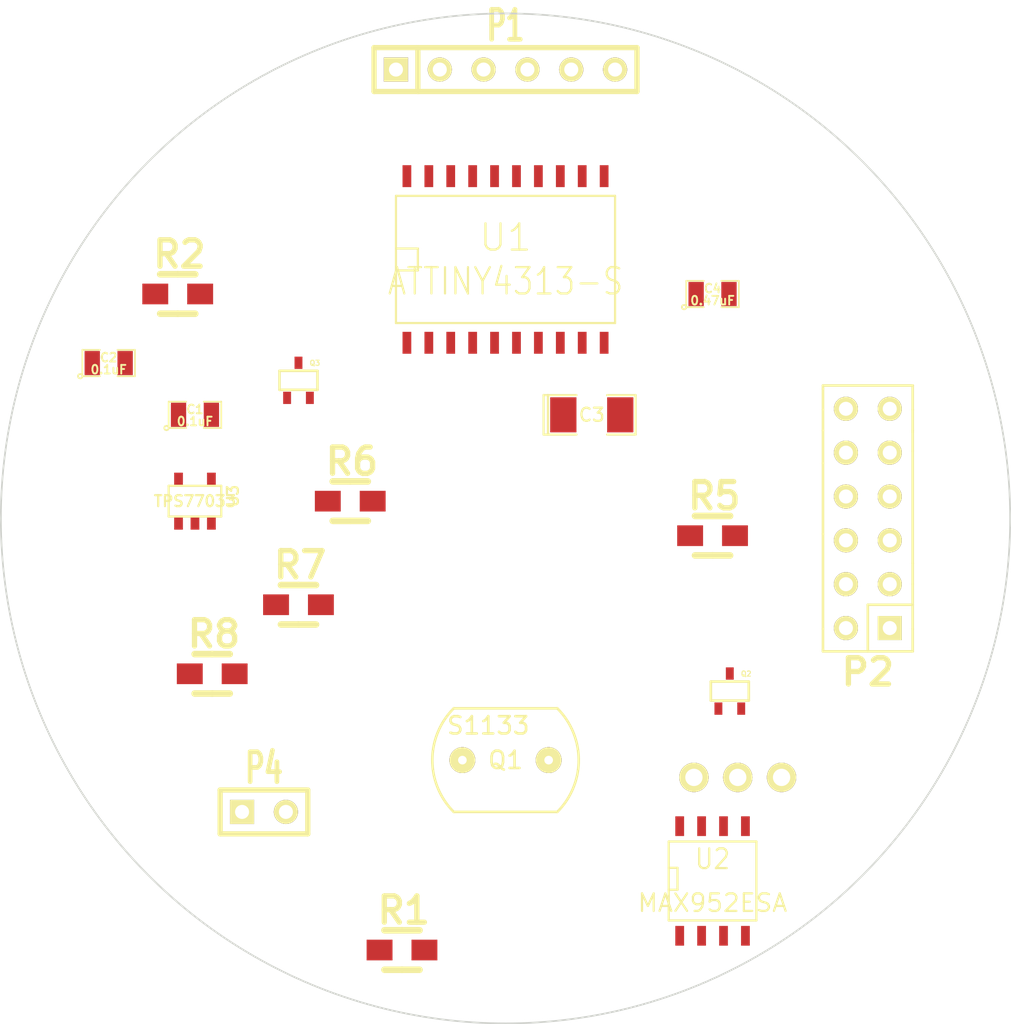
<source format=kicad_pcb>
(kicad_pcb (version 3) (host pcbnew "(2013-12-22 BZR 4568)-product")

  (general
    (links 46)
    (no_connects 46)
    (area 170.699999 70.699999 229.300001 129.300001)
    (thickness 1.6)
    (drawings 1)
    (tracks 0)
    (zones 0)
    (modules 20)
    (nets 32)
  )

  (page A4)
  (title_block
    (title "XBee ATTiny4313 Counting Node")
    (date "28 Jul 2014")
    (rev 0.0)
    (company "K. Sarkies")
  )

  (layers
    (15 F.Cu signal)
    (0 B.Cu signal)
    (16 B.Adhes user hide)
    (17 F.Adhes user hide)
    (18 B.Paste user hide)
    (19 F.Paste user hide)
    (20 B.SilkS user)
    (21 F.SilkS user)
    (22 B.Mask user hide)
    (23 F.Mask user hide)
    (24 Dwgs.User user hide)
    (25 Cmts.User user hide)
    (26 Eco1.User user hide)
    (27 Eco2.User user hide)
    (28 Edge.Cuts user)
  )

  (setup
    (last_trace_width 0.254)
    (trace_clearance 0.254)
    (zone_clearance 0.508)
    (zone_45_only no)
    (trace_min 0.254)
    (segment_width 0.2)
    (edge_width 0.1)
    (via_size 0.889)
    (via_drill 0.635)
    (via_min_size 0.889)
    (via_min_drill 0.508)
    (uvia_size 0.508)
    (uvia_drill 0.127)
    (uvias_allowed no)
    (uvia_min_size 0.508)
    (uvia_min_drill 0.127)
    (pcb_text_width 0.3)
    (pcb_text_size 1.5 1.5)
    (mod_edge_width 0.15)
    (mod_text_size 1 1)
    (mod_text_width 0.15)
    (pad_size 8 8)
    (pad_drill 8)
    (pad_to_mask_clearance 0)
    (aux_axis_origin 0 0)
    (visible_elements FFFFF77F)
    (pcbplotparams
      (layerselection 271613953)
      (usegerberextensions false)
      (excludeedgelayer true)
      (linewidth 0.150000)
      (plotframeref false)
      (viasonmask false)
      (mode 1)
      (useauxorigin false)
      (hpglpennumber 1)
      (hpglpenspeed 20)
      (hpglpendiameter 15)
      (hpglpenoverlay 2)
      (psnegative false)
      (psa4output false)
      (plotreference true)
      (plotvalue true)
      (plotothertext true)
      (plotinvisibletext false)
      (padsonsilk false)
      (subtractmaskfromsilk false)
      (outputformat 1)
      (mirror false)
      (drillshape 0)
      (scaleselection 1)
      (outputdirectory gerbers/))
  )

  (net 0 "")
  (net 1 /Bootloader)
  (net 2 /CTS)
  (net 3 /On/Sleep)
  (net 4 /RTS)
  (net 5 /Reset)
  (net 6 /Rx)
  (net 7 /Sleep-Rq)
  (net 8 /Tx)
  (net 9 /VBatt)
  (net 10 /Xbee-Reset)
  (net 11 GND)
  (net 12 "Net-(C2-Pad1)")
  (net 13 "Net-(C3-Pad1)")
  (net 14 "Net-(C4-Pad1)")
  (net 15 "Net-(D1-Pad2)")
  (net 16 "Net-(P1-Pad2)")
  (net 17 "Net-(P1-Pad3)")
  (net 18 "Net-(P1-Pad4)")
  (net 19 "Net-(Q1-Pad1)")
  (net 20 "Net-(Q1-Pad3)")
  (net 21 "Net-(Q3-PadD)")
  (net 22 "Net-(Q3-PadG)")
  (net 23 "Net-(Q3-PadS)")
  (net 24 "Net-(R5-Pad2)")
  (net 25 "Net-(U1-Pad11)")
  (net 26 "Net-(U1-Pad12)")
  (net 27 "Net-(U1-Pad7)")
  (net 28 "Net-(U1-Pad8)")
  (net 29 "Net-(U2-Pad6)")
  (net 30 "Net-(U3-Pad4)")
  (net 31 VDD)

  (net_class Default "This is the default net class."
    (clearance 0.254)
    (trace_width 0.254)
    (via_dia 0.889)
    (via_drill 0.635)
    (uvia_dia 0.508)
    (uvia_drill 0.127)
    (add_net "")
    (add_net /Bootloader)
    (add_net /CTS)
    (add_net /On/Sleep)
    (add_net /RTS)
    (add_net /Reset)
    (add_net /Rx)
    (add_net /Sleep-Rq)
    (add_net /Tx)
    (add_net /VBatt)
    (add_net /Xbee-Reset)
    (add_net GND)
    (add_net "Net-(C2-Pad1)")
    (add_net "Net-(C3-Pad1)")
    (add_net "Net-(C4-Pad1)")
    (add_net "Net-(D1-Pad2)")
    (add_net "Net-(P1-Pad2)")
    (add_net "Net-(P1-Pad3)")
    (add_net "Net-(P1-Pad4)")
    (add_net "Net-(Q1-Pad1)")
    (add_net "Net-(Q1-Pad3)")
    (add_net "Net-(Q3-PadD)")
    (add_net "Net-(Q3-PadG)")
    (add_net "Net-(Q3-PadS)")
    (add_net "Net-(R5-Pad2)")
    (add_net "Net-(U1-Pad11)")
    (add_net "Net-(U1-Pad12)")
    (add_net "Net-(U1-Pad7)")
    (add_net "Net-(U1-Pad8)")
    (add_net "Net-(U2-Pad6)")
    (add_net "Net-(U3-Pad4)")
    (add_net VDD)
  )

  (module SMD_Packages:SM0805 (layer F.Cu) (tedit 53D59CB0) (tstamp 53D59D6E)
    (at 182 94)
    (path /53D32BD6)
    (attr smd)
    (fp_text reference C1 (at 0 -0.3175) (layer F.SilkS)
      (effects (font (size 0.50038 0.50038) (thickness 0.10922)))
    )
    (fp_text value 0.1uF (at 0 0.381) (layer F.SilkS)
      (effects (font (size 0.50038 0.50038) (thickness 0.10922)))
    )
    (fp_circle (center -1.651 0.762) (end -1.651 0.635) (layer F.SilkS) (width 0.09906))
    (fp_line (start -0.508 0.762) (end -1.524 0.762) (layer F.SilkS) (width 0.09906))
    (fp_line (start -1.524 0.762) (end -1.524 -0.762) (layer F.SilkS) (width 0.09906))
    (fp_line (start -1.524 -0.762) (end -0.508 -0.762) (layer F.SilkS) (width 0.09906))
    (fp_line (start 0.508 -0.762) (end 1.524 -0.762) (layer F.SilkS) (width 0.09906))
    (fp_line (start 1.524 -0.762) (end 1.524 0.762) (layer F.SilkS) (width 0.09906))
    (fp_line (start 1.524 0.762) (end 0.508 0.762) (layer F.SilkS) (width 0.09906))
    (pad 1 smd rect (at -0.9525 0) (size 0.889 1.397) (layers F.Cu F.Paste F.Mask)
      (net 5 /Reset))
    (pad 2 smd rect (at 0.9525 0) (size 0.889 1.397) (layers F.Cu F.Paste F.Mask)
      (net 11 GND))
    (model smd/chip_cms.wrl
      (at (xyz 0 0 0))
      (scale (xyz 0.1 0.1 0.1))
      (rotate (xyz 0 0 0))
    )
  )

  (module SMD_Packages:SM0805 (layer F.Cu) (tedit 53D59CB0) (tstamp 53D59D7B)
    (at 177 91)
    (path /53D32ECC)
    (attr smd)
    (fp_text reference C2 (at 0 -0.3175) (layer F.SilkS)
      (effects (font (size 0.50038 0.50038) (thickness 0.10922)))
    )
    (fp_text value 0.1uF (at 0 0.381) (layer F.SilkS)
      (effects (font (size 0.50038 0.50038) (thickness 0.10922)))
    )
    (fp_circle (center -1.651 0.762) (end -1.651 0.635) (layer F.SilkS) (width 0.09906))
    (fp_line (start -0.508 0.762) (end -1.524 0.762) (layer F.SilkS) (width 0.09906))
    (fp_line (start -1.524 0.762) (end -1.524 -0.762) (layer F.SilkS) (width 0.09906))
    (fp_line (start -1.524 -0.762) (end -0.508 -0.762) (layer F.SilkS) (width 0.09906))
    (fp_line (start 0.508 -0.762) (end 1.524 -0.762) (layer F.SilkS) (width 0.09906))
    (fp_line (start 1.524 -0.762) (end 1.524 0.762) (layer F.SilkS) (width 0.09906))
    (fp_line (start 1.524 0.762) (end 0.508 0.762) (layer F.SilkS) (width 0.09906))
    (pad 1 smd rect (at -0.9525 0) (size 0.889 1.397) (layers F.Cu F.Paste F.Mask)
      (net 12 "Net-(C2-Pad1)"))
    (pad 2 smd rect (at 0.9525 0) (size 0.889 1.397) (layers F.Cu F.Paste F.Mask)
      (net 11 GND))
    (model smd/chip_cms.wrl
      (at (xyz 0 0 0))
      (scale (xyz 0.1 0.1 0.1))
      (rotate (xyz 0 0 0))
    )
  )

  (module SMD_Packages:SM1206POL (layer F.Cu) (tedit 53D59CB0) (tstamp 53D59D8A)
    (at 205 94)
    (path /53D32BEA)
    (attr smd)
    (fp_text reference C3 (at 0 0) (layer F.SilkS)
      (effects (font (size 0.762 0.762) (thickness 0.127)))
    )
    (fp_text value 10uF (at 0 0) (layer F.SilkS) hide
      (effects (font (size 0.762 0.762) (thickness 0.127)))
    )
    (fp_line (start -2.54 -1.143) (end -2.794 -1.143) (layer F.SilkS) (width 0.127))
    (fp_line (start -2.794 -1.143) (end -2.794 1.143) (layer F.SilkS) (width 0.127))
    (fp_line (start -2.794 1.143) (end -2.54 1.143) (layer F.SilkS) (width 0.127))
    (fp_line (start -2.54 -1.143) (end -2.54 1.143) (layer F.SilkS) (width 0.127))
    (fp_line (start -2.54 1.143) (end -0.889 1.143) (layer F.SilkS) (width 0.127))
    (fp_line (start 0.889 -1.143) (end 2.54 -1.143) (layer F.SilkS) (width 0.127))
    (fp_line (start 2.54 -1.143) (end 2.54 1.143) (layer F.SilkS) (width 0.127))
    (fp_line (start 2.54 1.143) (end 0.889 1.143) (layer F.SilkS) (width 0.127))
    (fp_line (start -0.889 -1.143) (end -2.54 -1.143) (layer F.SilkS) (width 0.127))
    (pad 1 smd rect (at -1.651 0) (size 1.524 2.032) (layers F.Cu F.Paste F.Mask)
      (net 13 "Net-(C3-Pad1)"))
    (pad 2 smd rect (at 1.651 0) (size 1.524 2.032) (layers F.Cu F.Paste F.Mask)
      (net 11 GND))
    (model smd/chip_cms_pol.wrl
      (at (xyz 0 0 0))
      (scale (xyz 0.17 0.16 0.16))
      (rotate (xyz 0 0 0))
    )
  )

  (module SMD_Packages:SM0805 (layer F.Cu) (tedit 53D59CB0) (tstamp 53D59D97)
    (at 212 87)
    (path /53D36D73)
    (attr smd)
    (fp_text reference C4 (at 0 -0.3175) (layer F.SilkS)
      (effects (font (size 0.50038 0.50038) (thickness 0.10922)))
    )
    (fp_text value 0.47uF (at 0 0.381) (layer F.SilkS)
      (effects (font (size 0.50038 0.50038) (thickness 0.10922)))
    )
    (fp_circle (center -1.651 0.762) (end -1.651 0.635) (layer F.SilkS) (width 0.09906))
    (fp_line (start -0.508 0.762) (end -1.524 0.762) (layer F.SilkS) (width 0.09906))
    (fp_line (start -1.524 0.762) (end -1.524 -0.762) (layer F.SilkS) (width 0.09906))
    (fp_line (start -1.524 -0.762) (end -0.508 -0.762) (layer F.SilkS) (width 0.09906))
    (fp_line (start 0.508 -0.762) (end 1.524 -0.762) (layer F.SilkS) (width 0.09906))
    (fp_line (start 1.524 -0.762) (end 1.524 0.762) (layer F.SilkS) (width 0.09906))
    (fp_line (start 1.524 0.762) (end 0.508 0.762) (layer F.SilkS) (width 0.09906))
    (pad 1 smd rect (at -0.9525 0) (size 0.889 1.397) (layers F.Cu F.Paste F.Mask)
      (net 14 "Net-(C4-Pad1)"))
    (pad 2 smd rect (at 0.9525 0) (size 0.889 1.397) (layers F.Cu F.Paste F.Mask)
      (net 11 GND))
    (model smd/chip_cms.wrl
      (at (xyz 0 0 0))
      (scale (xyz 0.1 0.1 0.1))
      (rotate (xyz 0 0 0))
    )
  )

  (module Transistors_SMD:sc70 (layer F.Cu) (tedit 53D59CAC) (tstamp 53D59E03)
    (at 213 110)
    (descr SC70)
    (path /53D35E04)
    (attr smd)
    (fp_text reference Q2 (at 0.95 -1) (layer F.SilkS)
      (effects (font (size 0.29972 0.29972) (thickness 0.06096)))
    )
    (fp_text value S9014 (at 1.85 0.25) (layer F.SilkS) hide
      (effects (font (size 0.29972 0.29972) (thickness 0.06096)))
    )
    (fp_line (start -1.1 -0.55) (end -1.1 0.55) (layer F.SilkS) (width 0.15))
    (fp_line (start -1.1 0.55) (end 1.1 0.55) (layer F.SilkS) (width 0.15))
    (fp_line (start 1.1 0.55) (end 1.1 -0.55) (layer F.SilkS) (width 0.15))
    (fp_line (start 1.1 -0.55) (end -1.05 -0.55) (layer F.SilkS) (width 0.15))
    (fp_line (start -1.05 -0.55) (end -1.1 -0.55) (layer F.SilkS) (width 0.15))
    (pad 1 smd rect (at -0.6604 1.016) (size 0.4572 0.7112) (layers F.Cu F.Paste F.Mask)
      (net 11 GND))
    (pad 2 smd rect (at 0.6604 1.016) (size 0.4572 0.7112) (layers F.Cu F.Paste F.Mask)
      (net 19 "Net-(Q1-Pad1)"))
    (pad 3 smd rect (at 0 -1.016) (size 0.4572 0.7112) (layers F.Cu F.Paste F.Mask)
      (net 20 "Net-(Q1-Pad3)"))
    (model smd/smd_transistors/sc70.wrl
      (at (xyz 0 0 0))
      (scale (xyz 1 1 1))
      (rotate (xyz 0 0 0))
    )
  )

  (module Transistors_SMD:sc70 (layer F.Cu) (tedit 53D59CAC) (tstamp 53D59E0F)
    (at 188 92)
    (descr SC70)
    (path /53D32AE5)
    (attr smd)
    (fp_text reference Q3 (at 0.95 -1) (layer F.SilkS)
      (effects (font (size 0.29972 0.29972) (thickness 0.06096)))
    )
    (fp_text value 2N7000 (at 1.85 0.25) (layer F.SilkS) hide
      (effects (font (size 0.29972 0.29972) (thickness 0.06096)))
    )
    (fp_line (start -1.1 -0.55) (end -1.1 0.55) (layer F.SilkS) (width 0.15))
    (fp_line (start -1.1 0.55) (end 1.1 0.55) (layer F.SilkS) (width 0.15))
    (fp_line (start 1.1 0.55) (end 1.1 -0.55) (layer F.SilkS) (width 0.15))
    (fp_line (start 1.1 -0.55) (end -1.05 -0.55) (layer F.SilkS) (width 0.15))
    (fp_line (start -1.05 -0.55) (end -1.1 -0.55) (layer F.SilkS) (width 0.15))
    (pad 1 smd rect (at -0.6604 1.016) (size 0.4572 0.7112) (layers F.Cu F.Paste F.Mask))
    (pad 2 smd rect (at 0.6604 1.016) (size 0.4572 0.7112) (layers F.Cu F.Paste F.Mask))
    (pad 3 smd rect (at 0 -1.016) (size 0.4572 0.7112) (layers F.Cu F.Paste F.Mask))
    (model smd/smd_transistors/sc70.wrl
      (at (xyz 0 0 0))
      (scale (xyz 1 1 1))
      (rotate (xyz 0 0 0))
    )
  )

  (module Resistors_SMD:Resistor_SMD0805_HandSoldering (layer F.Cu) (tedit 53D59CB2) (tstamp 53D59E19)
    (at 194 125)
    (descr "Resistor, SMD, 0805, Hand soldering,")
    (tags "Resistor, SMD, 0805, Hand soldering,")
    (path /53DCC4A4)
    (attr smd)
    (fp_text reference R1 (at 0.09906 -2.30124) (layer F.SilkS)
      (effects (font (thickness 0.3048)))
    )
    (fp_text value 33K (at 0.20066 2.60096) (layer F.SilkS) hide
      (effects (font (thickness 0.3048)))
    )
    (fp_line (start 0 -1.143) (end -1.016 -1.143) (layer F.SilkS) (width 0.381))
    (fp_line (start 0 -1.143) (end 1.016 -1.143) (layer F.SilkS) (width 0.381))
    (fp_line (start 0 1.143) (end -1.016 1.143) (layer F.SilkS) (width 0.381))
    (fp_line (start 0 1.143) (end 1.016 1.143) (layer F.SilkS) (width 0.381))
    (pad 1 smd rect (at -1.30048 0) (size 1.50114 1.19888) (layers F.Cu F.Paste F.Mask)
      (net 31 VDD))
    (pad 2 smd rect (at 1.30048 0) (size 1.50114 1.19888) (layers F.Cu F.Paste F.Mask)
      (net 15 "Net-(D1-Pad2)"))
  )

  (module Resistors_SMD:Resistor_SMD0805_HandSoldering (layer F.Cu) (tedit 53D59CB2) (tstamp 53D59E23)
    (at 181 87)
    (descr "Resistor, SMD, 0805, Hand soldering,")
    (tags "Resistor, SMD, 0805, Hand soldering,")
    (path /53D35F1D)
    (attr smd)
    (fp_text reference R2 (at 0.09906 -2.30124) (layer F.SilkS)
      (effects (font (thickness 0.3048)))
    )
    (fp_text value 270K (at 0.20066 2.60096) (layer F.SilkS) hide
      (effects (font (thickness 0.3048)))
    )
    (fp_line (start 0 -1.143) (end -1.016 -1.143) (layer F.SilkS) (width 0.381))
    (fp_line (start 0 -1.143) (end 1.016 -1.143) (layer F.SilkS) (width 0.381))
    (fp_line (start 0 1.143) (end -1.016 1.143) (layer F.SilkS) (width 0.381))
    (fp_line (start 0 1.143) (end 1.016 1.143) (layer F.SilkS) (width 0.381))
    (pad 1 smd rect (at -1.30048 0) (size 1.50114 1.19888) (layers F.Cu F.Paste F.Mask)
      (net 31 VDD))
    (pad 2 smd rect (at 1.30048 0) (size 1.50114 1.19888) (layers F.Cu F.Paste F.Mask)
      (net 20 "Net-(Q1-Pad3)"))
  )

  (module Resistors_SMD:Resistor_SMD0805_HandSoldering (layer F.Cu) (tedit 53D59CB2) (tstamp 53D59E41)
    (at 212 101)
    (descr "Resistor, SMD, 0805, Hand soldering,")
    (tags "Resistor, SMD, 0805, Hand soldering,")
    (path /53D35C63)
    (attr smd)
    (fp_text reference R5 (at 0.09906 -2.30124) (layer F.SilkS)
      (effects (font (thickness 0.3048)))
    )
    (fp_text value 1M (at 0.20066 2.60096) (layer F.SilkS) hide
      (effects (font (thickness 0.3048)))
    )
    (fp_line (start 0 -1.143) (end -1.016 -1.143) (layer F.SilkS) (width 0.381))
    (fp_line (start 0 -1.143) (end 1.016 -1.143) (layer F.SilkS) (width 0.381))
    (fp_line (start 0 1.143) (end -1.016 1.143) (layer F.SilkS) (width 0.381))
    (fp_line (start 0 1.143) (end 1.016 1.143) (layer F.SilkS) (width 0.381))
    (pad 1 smd rect (at -1.30048 0) (size 1.50114 1.19888) (layers F.Cu F.Paste F.Mask)
      (net 20 "Net-(Q1-Pad3)"))
    (pad 2 smd rect (at 1.30048 0) (size 1.50114 1.19888) (layers F.Cu F.Paste F.Mask)
      (net 24 "Net-(R5-Pad2)"))
  )

  (module Resistors_SMD:Resistor_SMD0805_HandSoldering (layer F.Cu) (tedit 53D59CB2) (tstamp 53D59E4B)
    (at 191 99)
    (descr "Resistor, SMD, 0805, Hand soldering,")
    (tags "Resistor, SMD, 0805, Hand soldering,")
    (path /53D32B68)
    (attr smd)
    (fp_text reference R6 (at 0.09906 -2.30124) (layer F.SilkS)
      (effects (font (thickness 0.3048)))
    )
    (fp_text value 10K (at 0.20066 2.60096) (layer F.SilkS) hide
      (effects (font (thickness 0.3048)))
    )
    (fp_line (start 0 -1.143) (end -1.016 -1.143) (layer F.SilkS) (width 0.381))
    (fp_line (start 0 -1.143) (end 1.016 -1.143) (layer F.SilkS) (width 0.381))
    (fp_line (start 0 1.143) (end -1.016 1.143) (layer F.SilkS) (width 0.381))
    (fp_line (start 0 1.143) (end 1.016 1.143) (layer F.SilkS) (width 0.381))
    (pad 1 smd rect (at -1.30048 0) (size 1.50114 1.19888) (layers F.Cu F.Paste F.Mask)
      (net 5 /Reset))
    (pad 2 smd rect (at 1.30048 0) (size 1.50114 1.19888) (layers F.Cu F.Paste F.Mask)
      (net 31 VDD))
  )

  (module Resistors_SMD:Resistor_SMD0805_HandSoldering (layer F.Cu) (tedit 53D59CB2) (tstamp 53D59E55)
    (at 188 105)
    (descr "Resistor, SMD, 0805, Hand soldering,")
    (tags "Resistor, SMD, 0805, Hand soldering,")
    (path /53D32AFA)
    (attr smd)
    (fp_text reference R7 (at 0.09906 -2.30124) (layer F.SilkS)
      (effects (font (thickness 0.3048)))
    )
    (fp_text value 15K (at 0.20066 2.60096) (layer F.SilkS) hide
      (effects (font (thickness 0.3048)))
    )
    (fp_line (start 0 -1.143) (end -1.016 -1.143) (layer F.SilkS) (width 0.381))
    (fp_line (start 0 -1.143) (end 1.016 -1.143) (layer F.SilkS) (width 0.381))
    (fp_line (start 0 1.143) (end -1.016 1.143) (layer F.SilkS) (width 0.381))
    (fp_line (start 0 1.143) (end 1.016 1.143) (layer F.SilkS) (width 0.381))
    (pad 1 smd rect (at -1.30048 0) (size 1.50114 1.19888) (layers F.Cu F.Paste F.Mask)
      (net 9 /VBatt))
    (pad 2 smd rect (at 1.30048 0) (size 1.50114 1.19888) (layers F.Cu F.Paste F.Mask)
      (net 21 "Net-(Q3-PadD)"))
  )

  (module Resistors_SMD:Resistor_SMD0805_HandSoldering (layer F.Cu) (tedit 53D59CB2) (tstamp 53D59E5F)
    (at 183 109)
    (descr "Resistor, SMD, 0805, Hand soldering,")
    (tags "Resistor, SMD, 0805, Hand soldering,")
    (path /53D32B0E)
    (attr smd)
    (fp_text reference R8 (at 0.09906 -2.30124) (layer F.SilkS)
      (effects (font (thickness 0.3048)))
    )
    (fp_text value 4.7K (at 0.20066 2.60096) (layer F.SilkS) hide
      (effects (font (thickness 0.3048)))
    )
    (fp_line (start 0 -1.143) (end -1.016 -1.143) (layer F.SilkS) (width 0.381))
    (fp_line (start 0 -1.143) (end 1.016 -1.143) (layer F.SilkS) (width 0.381))
    (fp_line (start 0 1.143) (end -1.016 1.143) (layer F.SilkS) (width 0.381))
    (fp_line (start 0 1.143) (end 1.016 1.143) (layer F.SilkS) (width 0.381))
    (pad 1 smd rect (at -1.30048 0) (size 1.50114 1.19888) (layers F.Cu F.Paste F.Mask)
      (net 23 "Net-(Q3-PadS)"))
    (pad 2 smd rect (at 1.30048 0) (size 1.50114 1.19888) (layers F.Cu F.Paste F.Mask)
      (net 11 GND))
  )

  (module SMD_Packages:SO20L (layer F.Cu) (tedit 53D59CB0) (tstamp 53D5AA28)
    (at 200 85)
    (descr "Cms SOJ 20 pins large")
    (tags "CMS SOJ")
    (path /53CEECF3)
    (attr smd)
    (fp_text reference U1 (at 0 -1.27) (layer F.SilkS)
      (effects (font (thickness 0.127)))
    )
    (fp_text value ATTINY4313-S (at 0 1.27) (layer F.SilkS)
      (effects (font (size 1.524 1.27) (thickness 0.127)))
    )
    (fp_line (start 6.35 3.683) (end 6.35 -3.683) (layer F.SilkS) (width 0.127))
    (fp_line (start -6.35 -3.683) (end -6.35 3.683) (layer F.SilkS) (width 0.127))
    (fp_line (start 6.35 3.683) (end -6.35 3.683) (layer F.SilkS) (width 0.127))
    (fp_line (start -6.35 -3.683) (end 6.35 -3.683) (layer F.SilkS) (width 0.127))
    (fp_line (start -6.35 -0.635) (end -5.08 -0.635) (layer F.SilkS) (width 0.127))
    (fp_line (start -5.08 -0.635) (end -5.08 0.635) (layer F.SilkS) (width 0.127))
    (fp_line (start -5.08 0.635) (end -6.35 0.635) (layer F.SilkS) (width 0.127))
    (pad 11 smd rect (at 5.715 -4.826) (size 0.508 1.27) (layers F.Cu F.Paste F.Mask)
      (net 25 "Net-(U1-Pad11)"))
    (pad 12 smd rect (at 4.445 -4.826) (size 0.508 1.27) (layers F.Cu F.Paste F.Mask)
      (net 26 "Net-(U1-Pad12)"))
    (pad 13 smd rect (at 3.175 -4.826) (size 0.508 1.27) (layers F.Cu F.Paste F.Mask)
      (net 3 /On/Sleep))
    (pad 14 smd rect (at 1.905 -4.826) (size 0.508 1.27) (layers F.Cu F.Paste F.Mask)
      (net 10 /Xbee-Reset))
    (pad 15 smd rect (at 0.635 -4.826) (size 0.508 1.27) (layers F.Cu F.Paste F.Mask)
      (net 7 /Sleep-Rq))
    (pad 16 smd rect (at -0.635 -4.826) (size 0.508 1.27) (layers F.Cu F.Paste F.Mask)
      (net 1 /Bootloader))
    (pad 17 smd rect (at -1.905 -4.826) (size 0.508 1.27) (layers F.Cu F.Paste F.Mask)
      (net 16 "Net-(P1-Pad2)"))
    (pad 18 smd rect (at -3.175 -4.826) (size 0.508 1.27) (layers F.Cu F.Paste F.Mask)
      (net 17 "Net-(P1-Pad3)"))
    (pad 19 smd rect (at -4.445 -4.826) (size 0.508 1.27) (layers F.Cu F.Paste F.Mask)
      (net 18 "Net-(P1-Pad4)"))
    (pad 20 smd rect (at -5.715 -4.826) (size 0.508 1.27) (layers F.Cu F.Paste F.Mask)
      (net 31 VDD))
    (pad 1 smd rect (at -5.715 4.826) (size 0.508 1.27) (layers F.Cu F.Paste F.Mask)
      (net 5 /Reset))
    (pad 2 smd rect (at -4.445 4.826) (size 0.508 1.27) (layers F.Cu F.Paste F.Mask)
      (net 6 /Rx))
    (pad 3 smd rect (at -3.175 4.826) (size 0.508 1.27) (layers F.Cu F.Paste F.Mask)
      (net 8 /Tx))
    (pad 4 smd rect (at -1.905 4.826) (size 0.508 1.27) (layers F.Cu F.Paste F.Mask)
      (net 2 /CTS))
    (pad 5 smd rect (at -0.635 4.826) (size 0.508 1.27) (layers F.Cu F.Paste F.Mask)
      (net 4 /RTS))
    (pad 6 smd rect (at 0.635 4.826) (size 0.508 1.27) (layers F.Cu F.Paste F.Mask)
      (net 24 "Net-(R5-Pad2)"))
    (pad 7 smd rect (at 1.905 4.826) (size 0.508 1.27) (layers F.Cu F.Paste F.Mask)
      (net 27 "Net-(U1-Pad7)"))
    (pad 8 smd rect (at 3.175 4.826) (size 0.508 1.27) (layers F.Cu F.Paste F.Mask)
      (net 28 "Net-(U1-Pad8)"))
    (pad 9 smd rect (at 4.445 4.826) (size 0.508 1.27) (layers F.Cu F.Paste F.Mask)
      (net 22 "Net-(Q3-PadG)"))
    (pad 10 smd rect (at 5.715 4.826) (size 0.508 1.27) (layers F.Cu F.Paste F.Mask)
      (net 11 GND))
    (model smd/cms_so20.wrl
      (at (xyz 0 0 0))
      (scale (xyz 0.5 0.6 0.5))
      (rotate (xyz 0 0 0))
    )
  )

  (module SMD_Packages:SO8N (layer F.Cu) (tedit 53D59CB0) (tstamp 53D5AAED)
    (at 212 121)
    (descr "Module CMS SOJ 8 pins large")
    (tags "CMS SOJ")
    (path /53D35B75)
    (attr smd)
    (fp_text reference U2 (at 0 -1.27) (layer F.SilkS)
      (effects (font (size 1.143 1.016) (thickness 0.127)))
    )
    (fp_text value MAX952ESA (at 0 1.27) (layer F.SilkS)
      (effects (font (size 1.016 1.016) (thickness 0.127)))
    )
    (fp_line (start -2.54 -2.286) (end 2.54 -2.286) (layer F.SilkS) (width 0.127))
    (fp_line (start 2.54 -2.286) (end 2.54 2.286) (layer F.SilkS) (width 0.127))
    (fp_line (start 2.54 2.286) (end -2.54 2.286) (layer F.SilkS) (width 0.127))
    (fp_line (start -2.54 2.286) (end -2.54 -2.286) (layer F.SilkS) (width 0.127))
    (fp_line (start -2.54 -0.762) (end -2.032 -0.762) (layer F.SilkS) (width 0.127))
    (fp_line (start -2.032 -0.762) (end -2.032 0.508) (layer F.SilkS) (width 0.127))
    (fp_line (start -2.032 0.508) (end -2.54 0.508) (layer F.SilkS) (width 0.127))
    (pad 8 smd rect (at -1.905 -3.175) (size 0.508 1.143) (layers F.Cu F.Paste F.Mask)
      (net 31 VDD))
    (pad 7 smd rect (at -0.635 -3.175) (size 0.508 1.143) (layers F.Cu F.Paste F.Mask)
      (net 24 "Net-(R5-Pad2)"))
    (pad 6 smd rect (at 0.635 -3.175) (size 0.508 1.143) (layers F.Cu F.Paste F.Mask)
      (net 29 "Net-(U2-Pad6)"))
    (pad 5 smd rect (at 1.905 -3.175) (size 0.508 1.143) (layers F.Cu F.Paste F.Mask)
      (net 20 "Net-(Q1-Pad3)"))
    (pad 4 smd rect (at 1.905 3.175) (size 0.508 1.143) (layers F.Cu F.Paste F.Mask)
      (net 11 GND))
    (pad 3 smd rect (at 0.635 3.175) (size 0.508 1.143) (layers F.Cu F.Paste F.Mask))
    (pad 2 smd rect (at -0.635 3.175) (size 0.508 1.143) (layers F.Cu F.Paste F.Mask))
    (pad 1 smd rect (at -1.905 3.175) (size 0.508 1.143) (layers F.Cu F.Paste F.Mask))
    (model smd/cms_so8.wrl
      (at (xyz 0 0 0))
      (scale (xyz 0.5 0.38 0.5))
      (rotate (xyz 0 0 0))
    )
  )

  (module SMD_Packages:SOT23-5 (layer F.Cu) (tedit 53D59CB0) (tstamp 53D59E9E)
    (at 182 99)
    (path /53D3518C)
    (attr smd)
    (fp_text reference U3 (at 2.19964 -0.29972 90) (layer F.SilkS)
      (effects (font (size 0.635 0.635) (thickness 0.127)))
    )
    (fp_text value TPS77033 (at 0 0) (layer F.SilkS)
      (effects (font (size 0.635 0.635) (thickness 0.127)))
    )
    (fp_line (start 1.524 -0.889) (end 1.524 0.889) (layer F.SilkS) (width 0.127))
    (fp_line (start 1.524 0.889) (end -1.524 0.889) (layer F.SilkS) (width 0.127))
    (fp_line (start -1.524 0.889) (end -1.524 -0.889) (layer F.SilkS) (width 0.127))
    (fp_line (start -1.524 -0.889) (end 1.524 -0.889) (layer F.SilkS) (width 0.127))
    (pad 1 smd rect (at -0.9525 1.27) (size 0.508 0.762) (layers F.Cu F.Paste F.Mask)
      (net 9 /VBatt))
    (pad 3 smd rect (at 0.9525 1.27) (size 0.508 0.762) (layers F.Cu F.Paste F.Mask)
      (net 11 GND))
    (pad 5 smd rect (at -0.9525 -1.27) (size 0.508 0.762) (layers F.Cu F.Paste F.Mask)
      (net 31 VDD))
    (pad 2 smd rect (at 0 1.27) (size 0.508 0.762) (layers F.Cu F.Paste F.Mask)
      (net 11 GND))
    (pad 4 smd rect (at 0.9525 -1.27) (size 0.508 0.762) (layers F.Cu F.Paste F.Mask)
      (net 30 "Net-(U3-Pad4)"))
    (model smd/SOT23_5.wrl
      (at (xyz 0 0 0))
      (scale (xyz 0.1 0.1 0.1))
      (rotate (xyz 0 0 0))
    )
  )

  (module PhotoDiode:LED-Mount (layer F.Cu) (tedit 53DE059A) (tstamp 53DE092C)
    (at 216 115)
    (path /53DCC508)
    (fp_text reference "" (at 0 0) (layer F.SilkS)
      (effects (font (size 1 1) (thickness 0.15)))
    )
    (fp_text value "" (at -1 -2) (layer F.SilkS)
      (effects (font (size 1 1) (thickness 0.15)))
    )
    (pad 1 thru_hole circle (at 0 0) (size 1.7 1.7) (drill 1) (layers *.Cu *.Mask F.SilkS)
      (net 11 GND))
    (pad 2 thru_hole circle (at -2.54 0) (size 1.7 1.7) (drill 1) (layers *.Cu *.Mask F.SilkS)
      (net 15 "Net-(D1-Pad2)"))
    (pad 3 thru_hole circle (at -5.08 0) (size 1.7 1.7) (drill 1) (layers *.Cu *.Mask F.SilkS))
  )

  (module Connect:SIL-6 (layer F.Cu) (tedit 53DE0509) (tstamp 53DE093B)
    (at 200 74)
    (descr "Connecteur 6 pins")
    (tags "CONN DEV")
    (path /53D36642)
    (fp_text reference P1 (at 0 -2.54) (layer F.SilkS)
      (effects (font (size 1.72974 1.08712) (thickness 0.3048)))
    )
    (fp_text value Program (at 0 -2.54) (layer F.SilkS) hide
      (effects (font (size 1.524 1.016) (thickness 0.3048)))
    )
    (fp_line (start -7.62 1.27) (end -7.62 -1.27) (layer F.SilkS) (width 0.3048))
    (fp_line (start -7.62 -1.27) (end 7.62 -1.27) (layer F.SilkS) (width 0.3048))
    (fp_line (start 7.62 -1.27) (end 7.62 1.27) (layer F.SilkS) (width 0.3048))
    (fp_line (start 7.62 1.27) (end -7.62 1.27) (layer F.SilkS) (width 0.3048))
    (fp_line (start -5.08 1.27) (end -5.08 -1.27) (layer F.SilkS) (width 0.3048))
    (pad 1 thru_hole rect (at -6.35 0) (size 1.397 1.397) (drill 0.8128) (layers *.Cu *.Mask F.SilkS)
      (net 11 GND))
    (pad 2 thru_hole circle (at -3.81 0) (size 1.397 1.397) (drill 0.8128) (layers *.Cu *.Mask F.SilkS)
      (net 16 "Net-(P1-Pad2)"))
    (pad 3 thru_hole circle (at -1.27 0) (size 1.397 1.397) (drill 0.8128) (layers *.Cu *.Mask F.SilkS)
      (net 17 "Net-(P1-Pad3)"))
    (pad 4 thru_hole circle (at 1.27 0) (size 1.397 1.397) (drill 0.8128) (layers *.Cu *.Mask F.SilkS)
      (net 18 "Net-(P1-Pad4)"))
    (pad 5 thru_hole circle (at 3.81 0) (size 1.397 1.397) (drill 0.8128) (layers *.Cu *.Mask F.SilkS)
      (net 5 /Reset))
    (pad 6 thru_hole circle (at 6.35 0) (size 1.397 1.397) (drill 0.8128) (layers *.Cu *.Mask F.SilkS)
      (net 31 VDD))
  )

  (module imciner2:CONN_2x6 (layer F.Cu) (tedit 5214D2DB) (tstamp 53DE095F)
    (at 221 100)
    (path /53DDD3EB)
    (fp_text reference P2 (at 0 8.9) (layer F.SilkS)
      (effects (font (thickness 0.3048)))
    )
    (fp_text value "XBee Adaptor" (at 0 -8.8) (layer F.SilkS) hide
      (effects (font (thickness 0.3048)))
    )
    (fp_line (start 0 5) (end 0 7.7) (layer F.SilkS) (width 0.15))
    (fp_line (start 0 5) (end 2.6 5) (layer F.SilkS) (width 0.15))
    (fp_line (start -2.6 6.4) (end -2.6 7.6) (layer F.SilkS) (width 0.15))
    (fp_line (start -2.6 7.6) (end -2.6 7.7) (layer F.SilkS) (width 0.15))
    (fp_line (start -2.6 7.7) (end 2.6 7.7) (layer F.SilkS) (width 0.15))
    (fp_line (start 2.6 7.7) (end 2.6 6.4) (layer F.SilkS) (width 0.15))
    (fp_line (start -2.6 -6.3) (end -2.6 -7.5) (layer F.SilkS) (width 0.15))
    (fp_line (start -2.6 -7.5) (end -2.6 -7.7) (layer F.SilkS) (width 0.15))
    (fp_line (start -2.6 -7.7) (end 2.6 -7.7) (layer F.SilkS) (width 0.15))
    (fp_line (start 2.6 -7.7) (end 2.6 -6.3) (layer F.SilkS) (width 0.15))
    (fp_line (start 2.6 6.4) (end 2.6 3.8) (layer F.SilkS) (width 0.15))
    (fp_line (start -2.6 6.4) (end -2.6 0.9) (layer F.SilkS) (width 0.15))
    (fp_line (start 2.6 2.6) (end 2.6 3.8) (layer F.SilkS) (width 0.15))
    (fp_line (start -2.6 -5.1) (end -2.6 -6.3) (layer F.SilkS) (width 0.15))
    (fp_line (start 2.6 -6.3) (end 2.6 -5.1) (layer F.SilkS) (width 0.15))
    (fp_line (start 2.6 2.6) (end 2.6 -3.9) (layer F.SilkS) (width 0.15))
    (fp_line (start 2.6 -3.9) (end 2.6 -5) (layer F.SilkS) (width 0.15))
    (fp_line (start 2.6 -5) (end 2.6 -5.1) (layer F.SilkS) (width 0.15))
    (fp_line (start -2.6 -5.1) (end -2.6 -3.2) (layer F.SilkS) (width 0.15))
    (fp_line (start -2.6 0.9) (end -2.6 -3.2) (layer F.SilkS) (width 0.15))
    (pad 1 thru_hole rect (at 1.27 6.35) (size 1.397 1.397) (drill 0.8128) (layers *.Cu *.Mask F.SilkS)
      (net 31 VDD))
    (pad 2 thru_hole circle (at -1.27 6.35) (size 1.397 1.397) (drill 0.8128) (layers *.Cu *.Mask F.SilkS)
      (net 7 /Sleep-Rq))
    (pad 3 thru_hole circle (at 1.27 3.81) (size 1.397 1.397) (drill 0.8128) (layers *.Cu *.Mask F.SilkS)
      (net 6 /Rx))
    (pad 4 thru_hole circle (at -1.27 3.81) (size 1.397 1.397) (drill 0.8128) (layers *.Cu *.Mask F.SilkS)
      (net 2 /CTS))
    (pad 5 thru_hole circle (at 1.27 1.27) (size 1.397 1.397) (drill 0.8128) (layers *.Cu *.Mask F.SilkS)
      (net 8 /Tx))
    (pad 6 thru_hole circle (at -1.27 1.27) (size 1.397 1.397) (drill 0.8128) (layers *.Cu *.Mask F.SilkS)
      (net 4 /RTS))
    (pad 7 thru_hole circle (at 1.27 -1.27) (size 1.397 1.397) (drill 0.8128) (layers *.Cu *.Mask F.SilkS)
      (net 1 /Bootloader))
    (pad 8 thru_hole circle (at -1.27 -1.27) (size 1.397 1.397) (drill 0.8128) (layers *.Cu *.Mask F.SilkS)
      (net 3 /On/Sleep))
    (pad 9 thru_hole circle (at 1.27 -3.81) (size 1.397 1.397) (drill 0.8128) (layers *.Cu *.Mask F.SilkS)
      (net 5 /Reset))
    (pad 10 thru_hole circle (at -1.27 -3.81) (size 1.397 1.397) (drill 0.8128) (layers *.Cu *.Mask F.SilkS)
      (net 10 /Xbee-Reset))
    (pad 11 thru_hole circle (at 1.27 -6.35) (size 1.397 1.397) (drill 0.8128) (layers *.Cu *.Mask F.SilkS)
      (net 11 GND))
    (pad 12 thru_hole circle (at -1.27 -6.35) (size 1.397 1.397) (drill 0.8128) (layers *.Cu *.Mask F.SilkS)
      (net 9 /VBatt))
  )

  (module Connect:SIL-2 (layer F.Cu) (tedit 53DE0509) (tstamp 53DE0969)
    (at 186 117)
    (descr "Connecteurs 2 pins")
    (tags "CONN DEV")
    (path /53D32A7E)
    (fp_text reference P4 (at 0 -2.54) (layer F.SilkS)
      (effects (font (size 1.72974 1.08712) (thickness 0.3048)))
    )
    (fp_text value Battery (at 0 -2.54) (layer F.SilkS) hide
      (effects (font (size 1.524 1.016) (thickness 0.3048)))
    )
    (fp_line (start -2.54 1.27) (end -2.54 -1.27) (layer F.SilkS) (width 0.3048))
    (fp_line (start -2.54 -1.27) (end 2.54 -1.27) (layer F.SilkS) (width 0.3048))
    (fp_line (start 2.54 -1.27) (end 2.54 1.27) (layer F.SilkS) (width 0.3048))
    (fp_line (start 2.54 1.27) (end -2.54 1.27) (layer F.SilkS) (width 0.3048))
    (pad 1 thru_hole rect (at -1.27 0) (size 1.397 1.397) (drill 0.8128) (layers *.Cu *.Mask F.SilkS)
      (net 9 /VBatt))
    (pad 2 thru_hole circle (at 1.27 0) (size 1.397 1.397) (drill 0.8128) (layers *.Cu *.Mask F.SilkS)
      (net 11 GND))
  )

  (module PhotoDiode:S1133TH (layer F.Cu) (tedit 53DE0509) (tstamp 53DE0973)
    (at 200 114)
    (path /53D35EC7)
    (fp_text reference Q1 (at 0 0) (layer F.SilkS)
      (effects (font (size 1 1) (thickness 0.15)))
    )
    (fp_text value S1133 (at -1 -2) (layer F.SilkS)
      (effects (font (size 1 1) (thickness 0.15)))
    )
    (fp_arc (start 0 0) (end -3 3) (angle 90) (layer F.SilkS) (width 0.15))
    (fp_arc (start 0 0) (end 3 -3) (angle 90) (layer F.SilkS) (width 0.15))
    (fp_line (start 3 3) (end -3 3) (layer F.SilkS) (width 0.15))
    (fp_line (start 3 -3) (end -3 -3) (layer F.SilkS) (width 0.15))
    (pad 1 thru_hole circle (at -2.5 0) (size 1.5 1.5) (drill 0.5) (layers *.Cu *.Mask F.SilkS)
      (net 19 "Net-(Q1-Pad1)"))
    (pad 3 thru_hole circle (at 2.5 0) (size 1.5 1.5) (drill 0.5) (layers *.Cu *.Mask F.SilkS)
      (net 20 "Net-(Q1-Pad3)"))
  )

  (gr_circle (center 200 100) (end 170.75 100) (layer Edge.Cuts) (width 0.1))

)

</source>
